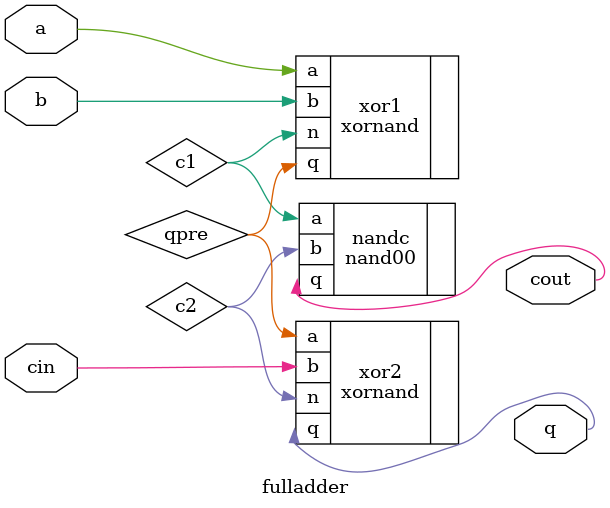
<source format=v>
`timescale 1ns/1ps

module fulladder(
        input a,
        input b,
        input cin,
        output q,
        output cout
    );

    wire qpre, c1, c2;

    xornand xor1(
        .a(a),
        .b(b),
        .q(qpre),
        .n(c1)
    );
    xornand xor2(
        .a(qpre),
        .b(cin),
        .q(q),
        .n(c2)
    );
    nand00 nandc(
        .a(c1),
        .b(c2),
        .q(cout)
    );
endmodule
</source>
